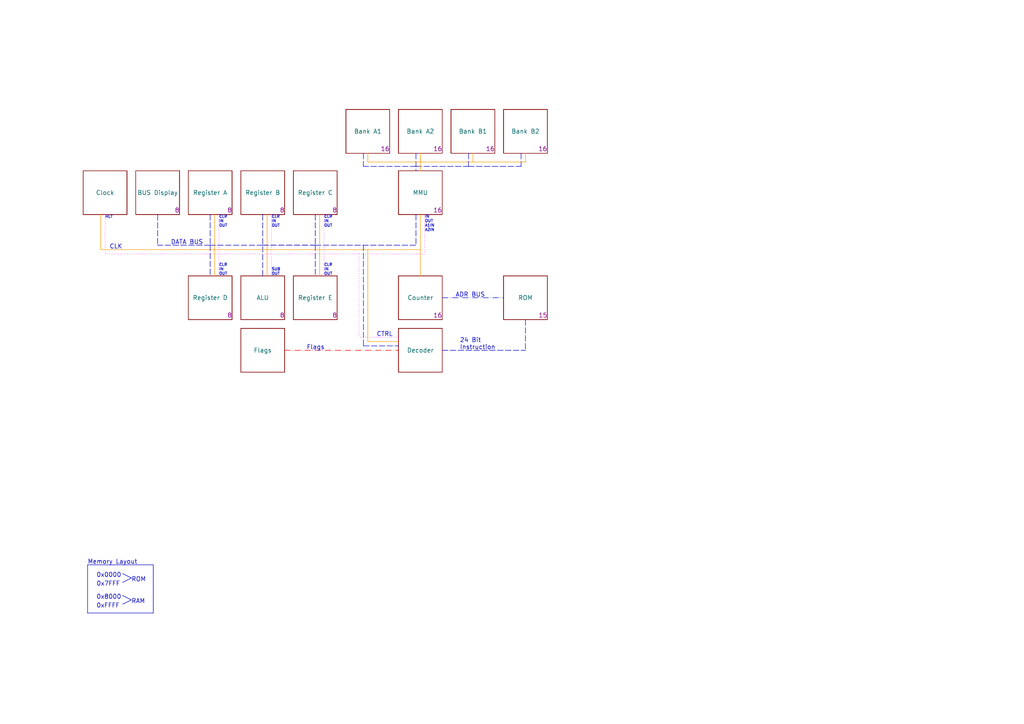
<source format=kicad_sch>
(kicad_sch (version 20211123) (generator eeschema)
  (paper "A4")
  (lib_symbols)
  (polyline (pts (xy 137.16 46.99) (xy 152.4 46.99)) (stroke (width 0) (type solid) (color 255 153 0 1)))
  (polyline (pts (xy 152.4 92.71) (xy 152.4 101.6)))
  (polyline (pts (xy 76.2 71.12) (xy 91.44 71.12)))
  (polyline (pts (xy 76.2 71.12) (xy 91.44 71.12)))
  (polyline (pts (xy 60.96 62.23) (xy 60.96 71.12)))
  (polyline (pts (xy 104.14 73.66) (xy 104.14 97.79)) (stroke (width 0) (type dot) (color 255 0 255 1)))
  (polyline (pts (xy 135.89 44.45) (xy 135.89 48.26)))
  (polyline (pts (xy 29.21 72.39) (xy 92.71 72.39)) (stroke (width 0) (type solid) (color 255 153 0 1)))
  (polyline (pts (xy 44.45 163.83) (xy 44.45 177.8)) (stroke (width 0) (type solid)))
  (polyline (pts (xy 152.4 44.45) (xy 152.4 46.99)) (stroke (width 0) (type solid) (color 255 153 0 1)))
  (polyline (pts (xy 123.19 73.66) (xy 123.19 62.23)) (stroke (width 0) (type dot) (color 255 0 255 1)))
  (polyline (pts (xy 38.1 173.99) (xy 35.56 175.26)) (stroke (width 0) (type solid)))
  (polyline (pts (xy 105.41 44.45) (xy 105.41 48.26)))
  (polyline (pts (xy 106.68 72.39) (xy 106.68 99.06)) (stroke (width 0) (type solid) (color 255 153 0 1)))
  (polyline (pts (xy 45.72 62.23) (xy 45.72 71.12)))
  (polyline (pts (xy 104.14 73.66) (xy 123.19 73.66)) (stroke (width 0) (type dot) (color 255 0 255 1)))
  (polyline (pts (xy 35.56 172.72) (xy 38.1 173.99)) (stroke (width 0) (type solid)))
  (polyline (pts (xy 120.65 48.26) (xy 135.89 48.26)))
  (polyline (pts (xy 62.23 72.39) (xy 62.23 80.01)) (stroke (width 0) (type solid) (color 255 153 0 1)))
  (polyline (pts (xy 30.48 62.23) (xy 30.48 73.66)) (stroke (width 0) (type dot) (color 255 0 255 1)))
  (polyline (pts (xy 91.44 62.23) (xy 91.44 71.12)))
  (polyline (pts (xy 92.71 72.39) (xy 92.71 80.01)) (stroke (width 0) (type solid) (color 255 153 0 1)))
  (polyline (pts (xy 120.65 44.45) (xy 120.65 49.53)))
  (polyline (pts (xy 76.2 71.12) (xy 60.96 71.12)))
  (polyline (pts (xy 121.92 45.72) (xy 121.92 46.99)) (stroke (width 0) (type solid) (color 255 153 0 1)))
  (polyline (pts (xy 82.55 101.6) (xy 115.57 101.6)) (stroke (width 0) (type dash_dot) (color 255 0 0 1)))
  (polyline (pts (xy 91.44 71.12) (xy 91.44 80.01)))
  (polyline (pts (xy 105.41 71.12) (xy 105.41 100.33)))
  (polyline (pts (xy 135.89 48.26) (xy 151.13 48.26)))
  (polyline (pts (xy 128.27 101.6) (xy 152.4 101.6)))
  (polyline (pts (xy 77.47 62.23) (xy 77.47 72.39)) (stroke (width 0) (type solid) (color 255 153 0 1)))
  (polyline (pts (xy 60.96 71.12) (xy 45.72 71.12)))
  (polyline (pts (xy 76.2 80.01) (xy 76.2 71.12)))
  (polyline (pts (xy 63.5 62.23) (xy 63.5 80.01)) (stroke (width 0) (type dot) (color 255 0 255 1)))
  (polyline (pts (xy 105.41 100.33) (xy 115.57 100.33)))
  (polyline (pts (xy 29.21 62.23) (xy 29.21 72.39)) (stroke (width 0) (type solid) (color 255 153 0 1)))
  (polyline (pts (xy 62.23 62.23) (xy 62.23 72.39)) (stroke (width 0) (type solid) (color 255 153 0 1)))
  (polyline (pts (xy 106.68 44.45) (xy 106.68 46.99)) (stroke (width 0) (type solid) (color 255 153 0 1)))
  (polyline (pts (xy 106.68 99.06) (xy 115.57 99.06)) (stroke (width 0) (type solid) (color 255 153 0 1)))
  (polyline (pts (xy 120.65 62.23) (xy 120.65 71.12)))
  (polyline (pts (xy 128.27 86.36) (xy 146.05 86.36)) (stroke (width 0) (type dash_dot)))
  (polyline (pts (xy 76.2 62.23) (xy 76.2 71.12)))
  (polyline (pts (xy 92.71 62.23) (xy 92.71 72.39)) (stroke (width 0) (type solid) (color 255 153 0 1)))
  (polyline (pts (xy 78.74 62.23) (xy 78.74 80.01)) (stroke (width 0) (type dot) (color 255 0 255 1)))
  (polyline (pts (xy 25.4 163.83) (xy 25.4 177.8)) (stroke (width 0) (type solid)))
  (polyline (pts (xy 35.56 166.37) (xy 38.1 167.64)) (stroke (width 0) (type solid)))
  (polyline (pts (xy 121.92 46.99) (xy 106.68 46.99)) (stroke (width 0) (type solid) (color 255 153 0 1)))
  (polyline (pts (xy 121.92 72.39) (xy 92.71 72.39)) (stroke (width 0) (type solid) (color 255 153 0 1)))
  (polyline (pts (xy 121.92 44.45) (xy 121.92 49.53)) (stroke (width 0) (type solid) (color 255 153 0 1)))
  (polyline (pts (xy 137.16 44.45) (xy 137.16 46.99)) (stroke (width 0) (type solid) (color 255 153 0 1)))
  (polyline (pts (xy 44.45 177.8) (xy 25.4 177.8)) (stroke (width 0) (type solid)))
  (polyline (pts (xy 104.14 73.66) (xy 30.48 73.66)) (stroke (width 0) (type dot) (color 255 0 255 1)))
  (polyline (pts (xy 60.96 71.12) (xy 60.96 80.01)))
  (polyline (pts (xy 38.1 167.64) (xy 35.56 168.91)) (stroke (width 0) (type solid)))
  (polyline (pts (xy 77.47 72.39) (xy 77.47 80.01)) (stroke (width 0) (type solid) (color 255 153 0 1)))
  (polyline (pts (xy 93.98 62.23) (xy 93.98 80.01)) (stroke (width 0) (type dot) (color 255 0 255 1)))
  (polyline (pts (xy 151.13 44.45) (xy 151.13 48.26)))
  (polyline (pts (xy 121.92 62.23) (xy 121.92 72.39)) (stroke (width 0) (type solid) (color 255 153 0 1)))
  (polyline (pts (xy 115.57 97.79) (xy 104.14 97.79)) (stroke (width 0) (type dot) (color 255 0 255 1)))
  (polyline (pts (xy 121.92 72.39) (xy 121.92 80.01)) (stroke (width 0) (type solid) (color 255 153 0 1)))
  (polyline (pts (xy 120.65 48.26) (xy 105.41 48.26)))
  (polyline (pts (xy 121.92 46.99) (xy 137.16 46.99)) (stroke (width 0) (type solid) (color 255 153 0 1)))
  (polyline (pts (xy 25.4 163.83) (xy 44.45 163.83)) (stroke (width 0) (type solid)))
  (polyline (pts (xy 91.44 71.12) (xy 120.65 71.12)))
  (text "CTRL" (at 109.22 97.79 0) (effects (font (size 1.27 1.27)) (justify left bottom)))
  (text "RAM" (at 38.1 175.26 0) (effects (font (size 1.27 1.27)) (justify left bottom)))
  (text "CLR\nIN\nOUT" (at 63.5 80.01 0) (effects (font (size 0.8 0.8)) (justify left bottom)))
  (text "CLR\nIN\nOUT" (at 63.5 66.04 0) (effects (font (size 0.8 0.8)) (justify left bottom)))
  (text "Flags" (at 88.9 101.6 0) (effects (font (size 1.27 1.27)) (justify left bottom)))
  (text "0x8000" (at 27.94 173.99 0) (effects (font (size 1.27 1.27)) (justify left bottom)))
  (text "ROM" (at 38.1 168.91 0) (effects (font (size 1.27 1.27)) (justify left bottom)))
  (text "Memory Layout" (at 25.4 163.83 0) (effects (font (size 1.27 1.27)) (justify left bottom)))
  (text "24 Bit\nInstruction" (at 133.35 101.6 0) (effects (font (size 1.27 1.27)) (justify left bottom)))
  (text "CLR\nIN\nOUT" (at 93.98 80.01 0) (effects (font (size 0.8 0.8)) (justify left bottom)))
  (text "CLR\nIN\nOUT" (at 78.74 66.04 0) (effects (font (size 0.8 0.8)) (justify left bottom)))
  (text "0x7FFF" (at 27.94 170.18 0) (effects (font (size 1.27 1.27)) (justify left bottom)))
  (text "CLR\nIN\nOUT" (at 93.98 66.04 0) (effects (font (size 0.8 0.8)) (justify left bottom)))
  (text "IN\nOUT\nA1IN\nA2IN" (at 123.19 67.31 0) (effects (font (size 0.8 0.8)) (justify left bottom)))
  (text "HLT" (at 30.48 63.5 0) (effects (font (size 0.8 0.8)) (justify left bottom)))
  (text "DATA BUS" (at 49.53 71.12 0) (effects (font (size 1.27 1.27)) (justify left bottom)))
  (text "ADR BUS" (at 132.08 86.36 0) (effects (font (size 1.27 1.27)) (justify left bottom)))
  (text "SUB\nOUT" (at 78.74 80.01 0) (effects (font (size 0.8 0.8)) (justify left bottom)))
  (text "CLK" (at 31.75 72.39 0) (effects (font (size 1.27 1.27)) (justify left bottom)))
  (text "0x0000" (at 27.94 167.64 0) (effects (font (size 1.27 1.27)) (justify left bottom)))
  (text "0xFFFF" (at 27.94 176.53 0) (effects (font (size 1.27 1.27)) (justify left bottom)))
  (sheet (at 85.09 80.01) (size 12.7 12.7) (stroke (width 0.1524))
    (property "Sheet name" "Register E" (at 91.44 86.36 0))
    (property "Sheet file" "parts/register/register.kicad_sch" (effects hide))
    (property "Bits" "8" (at 97.79 91.44 0) (effects (justify right)))
  )
  (sheet (at 54.61 80.01) (size 12.7 12.7) (stroke (width 0.1524))
    (property "Sheet name" "Register D" (at 60.96 86.36 0))
    (property "Sheet file" "parts/register/register.kicad_sch" (effects hide))
    (property "Bits" "8" (at 67.31 91.44 0) (effects (justify right)))
  )
  (sheet (at 69.85 95.25) (size 12.7 12.7) (stroke (width 0.1524))
    (property "Sheet name" "Flags" (at 76.2 101.6 0))
    (property "Sheet file" "parts/flags/flags.kicad_sch" (effects hide))
  )
  (sheet (at 39.37 49.53) (size 12.7 12.7) (stroke (width 0.1524))
    (property "Sheet name" "BUS Display" (at 45.72 55.88 0))
    (property "Sheet file" "parts/bus_leds/bus_leds.kicad_sch" (effects hide))
    (property "Bits" "8" (at 52.07 60.96 0) (effects (justify right)))
  )
  (sheet (at 146.05 80.01) (size 12.7 12.7) (stroke (width 0.1524))
    (property "Sheet name" "ROM" (at 152.4 86.36 0))
    (property "Sheet file" "parts/rom/rom.kicad_sch" (effects hide))
    (property "Bits" "15" (at 157.48 91.44 0))
  )
  (sheet (at 146.05 31.75) (size 12.7 12.7) (stroke (width 0.1524))
    (property "Sheet name" "Bank B2" (at 152.4 38.1 0))
    (property "Sheet file" "parts/ram/ram.kicad_sch" (effects hide))
    (property "Bits" "16" (at 158.75 43.18 0) (effects (justify right)))
  )
  (sheet (at 69.85 49.53) (size 12.7 12.7) (stroke (width 0.1524))
    (property "Sheet name" "Register B" (at 76.2 55.88 0))
    (property "Sheet file" "parts/register/register.kicad_sch" (effects hide))
    (property "Bits" "8" (at 82.55 60.96 0) (effects (justify right)))
  )
  (sheet (at 115.57 31.75) (size 12.7 12.7) (stroke (width 0.1524))
    (property "Sheet name" "Bank A2" (at 121.92 38.1 0))
    (property "Sheet file" "parts/ram/ram.kicad_sch" (effects hide))
    (property "Bits" "16" (at 128.27 43.18 0) (effects (justify right)))
  )
  (sheet (at 100.33 31.75) (size 12.7 12.7) (stroke (width 0.1524))
    (property "Sheet name" "Bank A1" (at 106.68 38.1 0))
    (property "Sheet file" "parts/ram/ram.kicad_sch" (effects hide))
    (property "Bits" "16" (at 113.03 43.18 0) (effects (justify right)))
  )
  (sheet (at 115.57 49.53) (size 12.7 12.7) (stroke (width 0.1524))
    (property "Sheet name" "MMU" (at 121.92 55.88 0))
    (property "Sheet file" "parts/register/register.kicad_sch" (effects hide))
    (property "Bits" "16" (at 128.27 60.96 0) (effects (justify right)))
  )
  (sheet (at 54.61 49.53) (size 12.7 12.7) (stroke (width 0.1524))
    (property "Sheet name" "Register A" (at 60.96 55.88 0))
    (property "Sheet file" "parts/register/register.kicad_sch" (effects hide))
    (property "Bits" "8" (at 67.31 60.96 0) (effects (justify right)))
  )
  (sheet (at 69.85 80.01) (size 12.7 12.7) (stroke (width 0.1524))
    (property "Sheet name" "ALU" (at 76.2 86.36 0))
    (property "Sheet file" "parts/alu/arithmetic.kicad_sch" (effects hide))
    (property "Bits" "8" (at 82.55 91.44 0) (effects (justify right)))
  )
  (sheet (at 115.57 80.01) (size 12.7 12.7) (stroke (width 0.1524))
    (property "Sheet name" "Counter" (at 121.92 86.36 0))
    (property "Sheet file" "parts/counter/counter.kicad_sch" (effects hide))
    (property "Bits" "16" (at 128.27 91.44 0) (effects (justify right)))
  )
  (sheet (at 115.57 95.25) (size 12.7 12.7) (stroke (width 0.1524))
    (property "Sheet name" "Decoder" (at 121.92 101.6 0))
    (property "Sheet file" "parts/rom/rom.kicad_sch" (effects hide))
  )
  (sheet (at 85.09 49.53) (size 12.7 12.7) (stroke (width 0.1524))
    (property "Sheet name" "Register C" (at 91.44 55.88 0))
    (property "Sheet file" "parts/register/register.kicad_sch" (effects hide))
    (property "Bits" "8" (at 97.79 60.96 0) (effects (justify right)))
  )
  (sheet (at 24.13 49.53) (size 12.7 12.7) (stroke (width 0.1524))
    (property "Sheet name" "Clock" (at 30.48 55.88 0))
    (property "Sheet file" "parts/clock/clock.kicad_sch" (effects hide))
  )
  (sheet (at 130.81 31.75) (size 12.7 12.7) (stroke (width 0.1524))
    (property "Sheet name" "Bank B1" (at 137.16 38.1 0))
    (property "Sheet file" "parts/ram/ram.kicad_sch" (effects hide))
    (property "Bits" "16" (at 143.51 43.18 0) (effects (justify right)))
  )
)
</source>
